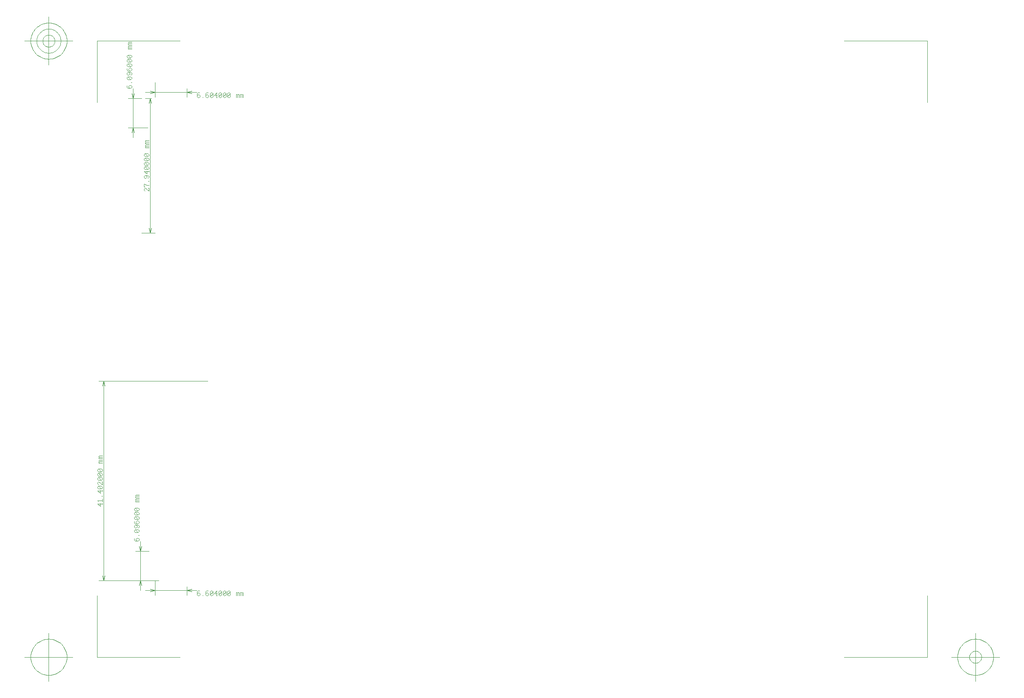
<source format=gbr>
G04 Generated by Ultiboard 10.0 *
%FSLAX25Y25*%
%MOIN*%

%ADD23C,0.00004*%
%ADD22C,0.00394*%


G04 ColorRGB CBCBCB for the following layer *
%LNMechanische Lage 1*%
%LPD*%
%FSLAX25Y25*%
%MOIN*%
G54D23*
X-44756Y62996D02*
X-44756Y60634D01*
X-44756Y60634D02*
X-47118Y62602D01*
X-47118Y62602D02*
X-43181Y62602D01*
X-43181Y62209D02*
X-43181Y62996D01*
X-46331Y64571D02*
X-47118Y65358D01*
X-47118Y65358D02*
X-43181Y65358D01*
X-43181Y64177D02*
X-43181Y66539D01*
X-43181Y68902D02*
X-43575Y68902D01*
X-44756Y73626D02*
X-44756Y71264D01*
X-44756Y71264D02*
X-47118Y73232D01*
X-47118Y73232D02*
X-43181Y73232D01*
X-43181Y72839D02*
X-43181Y73626D01*
X-46331Y74807D02*
X-47118Y75594D01*
X-47118Y75594D02*
X-47118Y76382D01*
X-47118Y76382D02*
X-46331Y77169D01*
X-46331Y77169D02*
X-43969Y77169D01*
X-43969Y77169D02*
X-43181Y76382D01*
X-43181Y76382D02*
X-43181Y75594D01*
X-43181Y75594D02*
X-43969Y74807D01*
X-43969Y74807D02*
X-46331Y74807D01*
X-46331Y77169D02*
X-43969Y74807D01*
X-46331Y78350D02*
X-47118Y79138D01*
X-47118Y79138D02*
X-47118Y79925D01*
X-47118Y79925D02*
X-46331Y80713D01*
X-46331Y80713D02*
X-45937Y80713D01*
X-45937Y80713D02*
X-43181Y78350D01*
X-43181Y78350D02*
X-43181Y80713D01*
X-43181Y80713D02*
X-43575Y80713D01*
X-46331Y81894D02*
X-47118Y82681D01*
X-47118Y82681D02*
X-47118Y83469D01*
X-47118Y83469D02*
X-46331Y84256D01*
X-46331Y84256D02*
X-43969Y84256D01*
X-43969Y84256D02*
X-43181Y83469D01*
X-43181Y83469D02*
X-43181Y82681D01*
X-43181Y82681D02*
X-43969Y81894D01*
X-43969Y81894D02*
X-46331Y81894D01*
X-46331Y84256D02*
X-43969Y81894D01*
X-46331Y85437D02*
X-47118Y86224D01*
X-47118Y86224D02*
X-47118Y87012D01*
X-47118Y87012D02*
X-46331Y87799D01*
X-46331Y87799D02*
X-43969Y87799D01*
X-43969Y87799D02*
X-43181Y87012D01*
X-43181Y87012D02*
X-43181Y86224D01*
X-43181Y86224D02*
X-43969Y85437D01*
X-43969Y85437D02*
X-46331Y85437D01*
X-46331Y87799D02*
X-43969Y85437D01*
X-46331Y88980D02*
X-47118Y89768D01*
X-47118Y89768D02*
X-47118Y90555D01*
X-47118Y90555D02*
X-46331Y91343D01*
X-46331Y91343D02*
X-43969Y91343D01*
X-43969Y91343D02*
X-43181Y90555D01*
X-43181Y90555D02*
X-43181Y89768D01*
X-43181Y89768D02*
X-43969Y88980D01*
X-43969Y88980D02*
X-46331Y88980D01*
X-46331Y91343D02*
X-43969Y88980D01*
X-43181Y96067D02*
X-45543Y96067D01*
X-45543Y96067D02*
X-45937Y96067D01*
X-45543Y96067D02*
X-45937Y96461D01*
X-45937Y96461D02*
X-45937Y96854D01*
X-45937Y96854D02*
X-45543Y97248D01*
X-45543Y97248D02*
X-45937Y97642D01*
X-45937Y97642D02*
X-45937Y98035D01*
X-45937Y98035D02*
X-45543Y98429D01*
X-45543Y98429D02*
X-43181Y98429D01*
X-45543Y97248D02*
X-43181Y97248D01*
X-43181Y99610D02*
X-45543Y99610D01*
X-45543Y99610D02*
X-45937Y99610D01*
X-45543Y99610D02*
X-45937Y100004D01*
X-45937Y100004D02*
X-45937Y100398D01*
X-45937Y100398D02*
X-45543Y100791D01*
X-45543Y100791D02*
X-45937Y101185D01*
X-45937Y101185D02*
X-45937Y101579D01*
X-45937Y101579D02*
X-45543Y101972D01*
X-45543Y101972D02*
X-43181Y101972D01*
X-45543Y100791D02*
X-43181Y100791D01*
X3000Y0D02*
X-45937Y0D01*
X43000Y163000D02*
X-45937Y163000D01*
X-41016Y3937D02*
X-42000Y0D01*
X-42000Y0D02*
X-42984Y3937D01*
X-42000Y81500D02*
X-42000Y0D01*
X-42984Y159063D02*
X-42000Y163000D01*
X-42000Y163000D02*
X-41016Y159063D01*
X-42000Y81500D02*
X-42000Y163000D01*
X36236Y-8394D02*
X35055Y-8394D01*
X35055Y-8394D02*
X34268Y-9181D01*
X34268Y-9181D02*
X34268Y-10756D01*
X34268Y-10756D02*
X34268Y-11543D01*
X34268Y-11543D02*
X35055Y-12331D01*
X35055Y-12331D02*
X35843Y-12331D01*
X35843Y-12331D02*
X36630Y-11543D01*
X36630Y-11543D02*
X36630Y-10756D01*
X36630Y-10756D02*
X35843Y-9969D01*
X35843Y-9969D02*
X35055Y-9969D01*
X35055Y-9969D02*
X34268Y-10756D01*
X38992Y-12331D02*
X38992Y-11937D01*
X43323Y-8394D02*
X42142Y-8394D01*
X42142Y-8394D02*
X41354Y-9181D01*
X41354Y-9181D02*
X41354Y-10756D01*
X41354Y-10756D02*
X41354Y-11543D01*
X41354Y-11543D02*
X42142Y-12331D01*
X42142Y-12331D02*
X42929Y-12331D01*
X42929Y-12331D02*
X43717Y-11543D01*
X43717Y-11543D02*
X43717Y-10756D01*
X43717Y-10756D02*
X42929Y-9969D01*
X42929Y-9969D02*
X42142Y-9969D01*
X42142Y-9969D02*
X41354Y-10756D01*
X44898Y-9181D02*
X45685Y-8394D01*
X45685Y-8394D02*
X46472Y-8394D01*
X46472Y-8394D02*
X47260Y-9181D01*
X47260Y-9181D02*
X47260Y-11543D01*
X47260Y-11543D02*
X46472Y-12331D01*
X46472Y-12331D02*
X45685Y-12331D01*
X45685Y-12331D02*
X44898Y-11543D01*
X44898Y-11543D02*
X44898Y-9181D01*
X47260Y-9181D02*
X44898Y-11543D01*
X50803Y-10756D02*
X48441Y-10756D01*
X48441Y-10756D02*
X50409Y-8394D01*
X50409Y-8394D02*
X50409Y-12331D01*
X50016Y-12331D02*
X50803Y-12331D01*
X51984Y-9181D02*
X52772Y-8394D01*
X52772Y-8394D02*
X53559Y-8394D01*
X53559Y-8394D02*
X54346Y-9181D01*
X54346Y-9181D02*
X54346Y-11543D01*
X54346Y-11543D02*
X53559Y-12331D01*
X53559Y-12331D02*
X52772Y-12331D01*
X52772Y-12331D02*
X51984Y-11543D01*
X51984Y-11543D02*
X51984Y-9181D01*
X54346Y-9181D02*
X51984Y-11543D01*
X55528Y-9181D02*
X56315Y-8394D01*
X56315Y-8394D02*
X57102Y-8394D01*
X57102Y-8394D02*
X57890Y-9181D01*
X57890Y-9181D02*
X57890Y-11543D01*
X57890Y-11543D02*
X57102Y-12331D01*
X57102Y-12331D02*
X56315Y-12331D01*
X56315Y-12331D02*
X55528Y-11543D01*
X55528Y-11543D02*
X55528Y-9181D01*
X57890Y-9181D02*
X55528Y-11543D01*
X59071Y-9181D02*
X59858Y-8394D01*
X59858Y-8394D02*
X60646Y-8394D01*
X60646Y-8394D02*
X61433Y-9181D01*
X61433Y-9181D02*
X61433Y-11543D01*
X61433Y-11543D02*
X60646Y-12331D01*
X60646Y-12331D02*
X59858Y-12331D01*
X59858Y-12331D02*
X59071Y-11543D01*
X59071Y-11543D02*
X59071Y-9181D01*
X61433Y-9181D02*
X59071Y-11543D01*
X66157Y-12331D02*
X66157Y-9969D01*
X66157Y-9969D02*
X66157Y-9575D01*
X66157Y-9969D02*
X66551Y-9575D01*
X66551Y-9575D02*
X66945Y-9575D01*
X66945Y-9575D02*
X67339Y-9969D01*
X67339Y-9969D02*
X67732Y-9575D01*
X67732Y-9575D02*
X68126Y-9575D01*
X68126Y-9575D02*
X68520Y-9969D01*
X68520Y-9969D02*
X68520Y-12331D01*
X67339Y-9969D02*
X67339Y-12331D01*
X69701Y-12331D02*
X69701Y-9969D01*
X69701Y-9969D02*
X69701Y-9575D01*
X69701Y-9969D02*
X70094Y-9575D01*
X70094Y-9575D02*
X70488Y-9575D01*
X70488Y-9575D02*
X70882Y-9969D01*
X70882Y-9969D02*
X71276Y-9575D01*
X71276Y-9575D02*
X71669Y-9575D01*
X71669Y-9575D02*
X72063Y-9969D01*
X72063Y-9969D02*
X72063Y-12331D01*
X70882Y-9969D02*
X70882Y-12331D01*
X0Y0D02*
X0Y-11937D01*
X26000Y-5000D02*
X26000Y-11937D01*
X13000Y-8000D02*
X0Y-8000D01*
X-3937Y-7016D02*
X0Y-8000D01*
X0Y-8000D02*
X-3937Y-8984D01*
X-7874Y-8000D02*
X0Y-8000D01*
X13000Y-8000D02*
X26000Y-8000D01*
X29937Y-8984D02*
X26000Y-8000D01*
X26000Y-8000D02*
X29937Y-7016D01*
X33874Y-8000D02*
X26000Y-8000D01*
X-17118Y34236D02*
X-17118Y33055D01*
X-17118Y33055D02*
X-16331Y32268D01*
X-16331Y32268D02*
X-14756Y32268D01*
X-14756Y32268D02*
X-13969Y32268D01*
X-13969Y32268D02*
X-13181Y33055D01*
X-13181Y33055D02*
X-13181Y33843D01*
X-13181Y33843D02*
X-13969Y34630D01*
X-13969Y34630D02*
X-14756Y34630D01*
X-14756Y34630D02*
X-15543Y33843D01*
X-15543Y33843D02*
X-15543Y33055D01*
X-15543Y33055D02*
X-14756Y32268D01*
X-13181Y36992D02*
X-13575Y36992D01*
X-16331Y39354D02*
X-17118Y40142D01*
X-17118Y40142D02*
X-17118Y40929D01*
X-17118Y40929D02*
X-16331Y41717D01*
X-16331Y41717D02*
X-13969Y41717D01*
X-13969Y41717D02*
X-13181Y40929D01*
X-13181Y40929D02*
X-13181Y40142D01*
X-13181Y40142D02*
X-13969Y39354D01*
X-13969Y39354D02*
X-16331Y39354D01*
X-16331Y41717D02*
X-13969Y39354D01*
X-13969Y42898D02*
X-13181Y43685D01*
X-13181Y43685D02*
X-13181Y44472D01*
X-13181Y44472D02*
X-13969Y45260D01*
X-13969Y45260D02*
X-15543Y45260D01*
X-15543Y45260D02*
X-16331Y45260D01*
X-16331Y45260D02*
X-17118Y44472D01*
X-17118Y44472D02*
X-17118Y43685D01*
X-17118Y43685D02*
X-16331Y42898D01*
X-16331Y42898D02*
X-15543Y42898D01*
X-15543Y42898D02*
X-14756Y43685D01*
X-14756Y43685D02*
X-14756Y44472D01*
X-14756Y44472D02*
X-15543Y45260D01*
X-17118Y48409D02*
X-17118Y47228D01*
X-17118Y47228D02*
X-16331Y46441D01*
X-16331Y46441D02*
X-14756Y46441D01*
X-14756Y46441D02*
X-13969Y46441D01*
X-13969Y46441D02*
X-13181Y47228D01*
X-13181Y47228D02*
X-13181Y48016D01*
X-13181Y48016D02*
X-13969Y48803D01*
X-13969Y48803D02*
X-14756Y48803D01*
X-14756Y48803D02*
X-15543Y48016D01*
X-15543Y48016D02*
X-15543Y47228D01*
X-15543Y47228D02*
X-14756Y46441D01*
X-16331Y49984D02*
X-17118Y50772D01*
X-17118Y50772D02*
X-17118Y51559D01*
X-17118Y51559D02*
X-16331Y52346D01*
X-16331Y52346D02*
X-13969Y52346D01*
X-13969Y52346D02*
X-13181Y51559D01*
X-13181Y51559D02*
X-13181Y50772D01*
X-13181Y50772D02*
X-13969Y49984D01*
X-13969Y49984D02*
X-16331Y49984D01*
X-16331Y52346D02*
X-13969Y49984D01*
X-16331Y53528D02*
X-17118Y54315D01*
X-17118Y54315D02*
X-17118Y55102D01*
X-17118Y55102D02*
X-16331Y55890D01*
X-16331Y55890D02*
X-13969Y55890D01*
X-13969Y55890D02*
X-13181Y55102D01*
X-13181Y55102D02*
X-13181Y54315D01*
X-13181Y54315D02*
X-13969Y53528D01*
X-13969Y53528D02*
X-16331Y53528D01*
X-16331Y55890D02*
X-13969Y53528D01*
X-16331Y57071D02*
X-17118Y57858D01*
X-17118Y57858D02*
X-17118Y58646D01*
X-17118Y58646D02*
X-16331Y59433D01*
X-16331Y59433D02*
X-13969Y59433D01*
X-13969Y59433D02*
X-13181Y58646D01*
X-13181Y58646D02*
X-13181Y57858D01*
X-13181Y57858D02*
X-13969Y57071D01*
X-13969Y57071D02*
X-16331Y57071D01*
X-16331Y59433D02*
X-13969Y57071D01*
X-13181Y64157D02*
X-15543Y64157D01*
X-15543Y64157D02*
X-15937Y64157D01*
X-15543Y64157D02*
X-15937Y64551D01*
X-15937Y64551D02*
X-15937Y64945D01*
X-15937Y64945D02*
X-15543Y65339D01*
X-15543Y65339D02*
X-15937Y65732D01*
X-15937Y65732D02*
X-15937Y66126D01*
X-15937Y66126D02*
X-15543Y66520D01*
X-15543Y66520D02*
X-13181Y66520D01*
X-15543Y65339D02*
X-13181Y65339D01*
X-13181Y67701D02*
X-15543Y67701D01*
X-15543Y67701D02*
X-15937Y67701D01*
X-15543Y67701D02*
X-15937Y68094D01*
X-15937Y68094D02*
X-15937Y68488D01*
X-15937Y68488D02*
X-15543Y68882D01*
X-15543Y68882D02*
X-15937Y69276D01*
X-15937Y69276D02*
X-15937Y69669D01*
X-15937Y69669D02*
X-15543Y70063D01*
X-15543Y70063D02*
X-13181Y70063D01*
X-15543Y68882D02*
X-13181Y68882D01*
X0Y0D02*
X-15937Y0D01*
X-5000Y24000D02*
X-15937Y24000D01*
X-12000Y12000D02*
X-12000Y0D01*
X-12984Y-3937D02*
X-12000Y0D01*
X-12000Y0D02*
X-11016Y-3937D01*
X-12000Y-7874D02*
X-12000Y0D01*
X-12000Y12000D02*
X-12000Y24000D01*
X-11016Y27937D02*
X-12000Y24000D01*
X-12000Y24000D02*
X-12984Y27937D01*
X-12000Y31874D02*
X-12000Y24000D01*
X36236Y398606D02*
X35055Y398606D01*
X35055Y398606D02*
X34268Y397819D01*
X34268Y397819D02*
X34268Y396244D01*
X34268Y396244D02*
X34268Y395457D01*
X34268Y395457D02*
X35055Y394669D01*
X35055Y394669D02*
X35843Y394669D01*
X35843Y394669D02*
X36630Y395457D01*
X36630Y395457D02*
X36630Y396244D01*
X36630Y396244D02*
X35843Y397031D01*
X35843Y397031D02*
X35055Y397031D01*
X35055Y397031D02*
X34268Y396244D01*
X38992Y394669D02*
X38992Y395063D01*
X43323Y398606D02*
X42142Y398606D01*
X42142Y398606D02*
X41354Y397819D01*
X41354Y397819D02*
X41354Y396244D01*
X41354Y396244D02*
X41354Y395457D01*
X41354Y395457D02*
X42142Y394669D01*
X42142Y394669D02*
X42929Y394669D01*
X42929Y394669D02*
X43717Y395457D01*
X43717Y395457D02*
X43717Y396244D01*
X43717Y396244D02*
X42929Y397031D01*
X42929Y397031D02*
X42142Y397031D01*
X42142Y397031D02*
X41354Y396244D01*
X44898Y397819D02*
X45685Y398606D01*
X45685Y398606D02*
X46472Y398606D01*
X46472Y398606D02*
X47260Y397819D01*
X47260Y397819D02*
X47260Y395457D01*
X47260Y395457D02*
X46472Y394669D01*
X46472Y394669D02*
X45685Y394669D01*
X45685Y394669D02*
X44898Y395457D01*
X44898Y395457D02*
X44898Y397819D01*
X47260Y397819D02*
X44898Y395457D01*
X50803Y396244D02*
X48441Y396244D01*
X48441Y396244D02*
X50409Y398606D01*
X50409Y398606D02*
X50409Y394669D01*
X50016Y394669D02*
X50803Y394669D01*
X51984Y397819D02*
X52772Y398606D01*
X52772Y398606D02*
X53559Y398606D01*
X53559Y398606D02*
X54346Y397819D01*
X54346Y397819D02*
X54346Y395457D01*
X54346Y395457D02*
X53559Y394669D01*
X53559Y394669D02*
X52772Y394669D01*
X52772Y394669D02*
X51984Y395457D01*
X51984Y395457D02*
X51984Y397819D01*
X54346Y397819D02*
X51984Y395457D01*
X55528Y397819D02*
X56315Y398606D01*
X56315Y398606D02*
X57102Y398606D01*
X57102Y398606D02*
X57890Y397819D01*
X57890Y397819D02*
X57890Y395457D01*
X57890Y395457D02*
X57102Y394669D01*
X57102Y394669D02*
X56315Y394669D01*
X56315Y394669D02*
X55528Y395457D01*
X55528Y395457D02*
X55528Y397819D01*
X57890Y397819D02*
X55528Y395457D01*
X59071Y397819D02*
X59858Y398606D01*
X59858Y398606D02*
X60646Y398606D01*
X60646Y398606D02*
X61433Y397819D01*
X61433Y397819D02*
X61433Y395457D01*
X61433Y395457D02*
X60646Y394669D01*
X60646Y394669D02*
X59858Y394669D01*
X59858Y394669D02*
X59071Y395457D01*
X59071Y395457D02*
X59071Y397819D01*
X61433Y397819D02*
X59071Y395457D01*
X66157Y394669D02*
X66157Y397031D01*
X66157Y397031D02*
X66157Y397425D01*
X66157Y397031D02*
X66551Y397425D01*
X66551Y397425D02*
X66945Y397425D01*
X66945Y397425D02*
X67339Y397031D01*
X67339Y397031D02*
X67732Y397425D01*
X67732Y397425D02*
X68126Y397425D01*
X68126Y397425D02*
X68520Y397031D01*
X68520Y397031D02*
X68520Y394669D01*
X67339Y397031D02*
X67339Y394669D01*
X69701Y394669D02*
X69701Y397031D01*
X69701Y397031D02*
X69701Y397425D01*
X69701Y397031D02*
X70094Y397425D01*
X70094Y397425D02*
X70488Y397425D01*
X70488Y397425D02*
X70882Y397031D01*
X70882Y397031D02*
X71276Y397425D01*
X71276Y397425D02*
X71669Y397425D01*
X71669Y397425D02*
X72063Y397031D01*
X72063Y397031D02*
X72063Y394669D01*
X70882Y397031D02*
X70882Y394669D01*
X0Y407000D02*
X0Y395063D01*
X26000Y402000D02*
X26000Y395063D01*
X13000Y399000D02*
X0Y399000D01*
X-3937Y399984D02*
X0Y399000D01*
X0Y399000D02*
X-3937Y398016D01*
X-7874Y399000D02*
X0Y399000D01*
X13000Y399000D02*
X26000Y399000D01*
X29937Y398016D02*
X26000Y399000D01*
X26000Y399000D02*
X29937Y399984D01*
X33874Y399000D02*
X26000Y399000D01*
X-8331Y318134D02*
X-9118Y318921D01*
X-9118Y318921D02*
X-9118Y319709D01*
X-9118Y319709D02*
X-8331Y320496D01*
X-8331Y320496D02*
X-7937Y320496D01*
X-7937Y320496D02*
X-5181Y318134D01*
X-5181Y318134D02*
X-5181Y320496D01*
X-5181Y320496D02*
X-5575Y320496D01*
X-5181Y322858D02*
X-7150Y322858D01*
X-7150Y322858D02*
X-8331Y324039D01*
X-8331Y324039D02*
X-9118Y324039D01*
X-9118Y324039D02*
X-9118Y321677D01*
X-9118Y321677D02*
X-8331Y321677D01*
X-5181Y326402D02*
X-5575Y326402D01*
X-5969Y328764D02*
X-5181Y329551D01*
X-5181Y329551D02*
X-5181Y330339D01*
X-5181Y330339D02*
X-5969Y331126D01*
X-5969Y331126D02*
X-7543Y331126D01*
X-7543Y331126D02*
X-8331Y331126D01*
X-8331Y331126D02*
X-9118Y330339D01*
X-9118Y330339D02*
X-9118Y329551D01*
X-9118Y329551D02*
X-8331Y328764D01*
X-8331Y328764D02*
X-7543Y328764D01*
X-7543Y328764D02*
X-6756Y329551D01*
X-6756Y329551D02*
X-6756Y330339D01*
X-6756Y330339D02*
X-7543Y331126D01*
X-6756Y334669D02*
X-6756Y332307D01*
X-6756Y332307D02*
X-9118Y334276D01*
X-9118Y334276D02*
X-5181Y334276D01*
X-5181Y333882D02*
X-5181Y334669D01*
X-8331Y335850D02*
X-9118Y336638D01*
X-9118Y336638D02*
X-9118Y337425D01*
X-9118Y337425D02*
X-8331Y338213D01*
X-8331Y338213D02*
X-5969Y338213D01*
X-5969Y338213D02*
X-5181Y337425D01*
X-5181Y337425D02*
X-5181Y336638D01*
X-5181Y336638D02*
X-5969Y335850D01*
X-5969Y335850D02*
X-8331Y335850D01*
X-8331Y338213D02*
X-5969Y335850D01*
X-8331Y339394D02*
X-9118Y340181D01*
X-9118Y340181D02*
X-9118Y340969D01*
X-9118Y340969D02*
X-8331Y341756D01*
X-8331Y341756D02*
X-5969Y341756D01*
X-5969Y341756D02*
X-5181Y340969D01*
X-5181Y340969D02*
X-5181Y340181D01*
X-5181Y340181D02*
X-5969Y339394D01*
X-5969Y339394D02*
X-8331Y339394D01*
X-8331Y341756D02*
X-5969Y339394D01*
X-8331Y342937D02*
X-9118Y343724D01*
X-9118Y343724D02*
X-9118Y344512D01*
X-9118Y344512D02*
X-8331Y345299D01*
X-8331Y345299D02*
X-5969Y345299D01*
X-5969Y345299D02*
X-5181Y344512D01*
X-5181Y344512D02*
X-5181Y343724D01*
X-5181Y343724D02*
X-5969Y342937D01*
X-5969Y342937D02*
X-8331Y342937D01*
X-8331Y345299D02*
X-5969Y342937D01*
X-8331Y346480D02*
X-9118Y347268D01*
X-9118Y347268D02*
X-9118Y348055D01*
X-9118Y348055D02*
X-8331Y348843D01*
X-8331Y348843D02*
X-5969Y348843D01*
X-5969Y348843D02*
X-5181Y348055D01*
X-5181Y348055D02*
X-5181Y347268D01*
X-5181Y347268D02*
X-5969Y346480D01*
X-5969Y346480D02*
X-8331Y346480D01*
X-8331Y348843D02*
X-5969Y346480D01*
X-5181Y353567D02*
X-7543Y353567D01*
X-7543Y353567D02*
X-7937Y353567D01*
X-7543Y353567D02*
X-7937Y353961D01*
X-7937Y353961D02*
X-7937Y354354D01*
X-7937Y354354D02*
X-7543Y354748D01*
X-7543Y354748D02*
X-7937Y355142D01*
X-7937Y355142D02*
X-7937Y355535D01*
X-7937Y355535D02*
X-7543Y355929D01*
X-7543Y355929D02*
X-5181Y355929D01*
X-7543Y354748D02*
X-5181Y354748D01*
X-5181Y357110D02*
X-7543Y357110D01*
X-7543Y357110D02*
X-7937Y357110D01*
X-7543Y357110D02*
X-7937Y357504D01*
X-7937Y357504D02*
X-7937Y357898D01*
X-7937Y357898D02*
X-7543Y358291D01*
X-7543Y358291D02*
X-7937Y358685D01*
X-7937Y358685D02*
X-7937Y359079D01*
X-7937Y359079D02*
X-7543Y359472D01*
X-7543Y359472D02*
X-5181Y359472D01*
X-7543Y358291D02*
X-5181Y358291D01*
X-11000Y284000D02*
X-63Y284000D01*
X-3000Y394000D02*
X-7937Y394000D01*
X-3016Y287937D02*
X-4000Y284000D01*
X-4000Y284000D02*
X-4984Y287937D01*
X-4000Y339000D02*
X-4000Y284000D01*
X-4984Y390063D02*
X-4000Y394000D01*
X-4000Y394000D02*
X-3016Y390063D01*
X-4000Y339000D02*
X-4000Y394000D01*
X-23118Y404236D02*
X-23118Y403055D01*
X-23118Y403055D02*
X-22331Y402268D01*
X-22331Y402268D02*
X-20756Y402268D01*
X-20756Y402268D02*
X-19969Y402268D01*
X-19969Y402268D02*
X-19181Y403055D01*
X-19181Y403055D02*
X-19181Y403843D01*
X-19181Y403843D02*
X-19969Y404630D01*
X-19969Y404630D02*
X-20756Y404630D01*
X-20756Y404630D02*
X-21543Y403843D01*
X-21543Y403843D02*
X-21543Y403055D01*
X-21543Y403055D02*
X-20756Y402268D01*
X-19181Y406992D02*
X-19575Y406992D01*
X-22331Y409354D02*
X-23118Y410142D01*
X-23118Y410142D02*
X-23118Y410929D01*
X-23118Y410929D02*
X-22331Y411717D01*
X-22331Y411717D02*
X-19969Y411717D01*
X-19969Y411717D02*
X-19181Y410929D01*
X-19181Y410929D02*
X-19181Y410142D01*
X-19181Y410142D02*
X-19969Y409354D01*
X-19969Y409354D02*
X-22331Y409354D01*
X-22331Y411717D02*
X-19969Y409354D01*
X-19969Y412898D02*
X-19181Y413685D01*
X-19181Y413685D02*
X-19181Y414472D01*
X-19181Y414472D02*
X-19969Y415260D01*
X-19969Y415260D02*
X-21543Y415260D01*
X-21543Y415260D02*
X-22331Y415260D01*
X-22331Y415260D02*
X-23118Y414472D01*
X-23118Y414472D02*
X-23118Y413685D01*
X-23118Y413685D02*
X-22331Y412898D01*
X-22331Y412898D02*
X-21543Y412898D01*
X-21543Y412898D02*
X-20756Y413685D01*
X-20756Y413685D02*
X-20756Y414472D01*
X-20756Y414472D02*
X-21543Y415260D01*
X-23118Y418409D02*
X-23118Y417228D01*
X-23118Y417228D02*
X-22331Y416441D01*
X-22331Y416441D02*
X-20756Y416441D01*
X-20756Y416441D02*
X-19969Y416441D01*
X-19969Y416441D02*
X-19181Y417228D01*
X-19181Y417228D02*
X-19181Y418016D01*
X-19181Y418016D02*
X-19969Y418803D01*
X-19969Y418803D02*
X-20756Y418803D01*
X-20756Y418803D02*
X-21543Y418016D01*
X-21543Y418016D02*
X-21543Y417228D01*
X-21543Y417228D02*
X-20756Y416441D01*
X-22331Y419984D02*
X-23118Y420772D01*
X-23118Y420772D02*
X-23118Y421559D01*
X-23118Y421559D02*
X-22331Y422346D01*
X-22331Y422346D02*
X-19969Y422346D01*
X-19969Y422346D02*
X-19181Y421559D01*
X-19181Y421559D02*
X-19181Y420772D01*
X-19181Y420772D02*
X-19969Y419984D01*
X-19969Y419984D02*
X-22331Y419984D01*
X-22331Y422346D02*
X-19969Y419984D01*
X-22331Y423528D02*
X-23118Y424315D01*
X-23118Y424315D02*
X-23118Y425102D01*
X-23118Y425102D02*
X-22331Y425890D01*
X-22331Y425890D02*
X-19969Y425890D01*
X-19969Y425890D02*
X-19181Y425102D01*
X-19181Y425102D02*
X-19181Y424315D01*
X-19181Y424315D02*
X-19969Y423528D01*
X-19969Y423528D02*
X-22331Y423528D01*
X-22331Y425890D02*
X-19969Y423528D01*
X-22331Y427071D02*
X-23118Y427858D01*
X-23118Y427858D02*
X-23118Y428646D01*
X-23118Y428646D02*
X-22331Y429433D01*
X-22331Y429433D02*
X-19969Y429433D01*
X-19969Y429433D02*
X-19181Y428646D01*
X-19181Y428646D02*
X-19181Y427858D01*
X-19181Y427858D02*
X-19969Y427071D01*
X-19969Y427071D02*
X-22331Y427071D01*
X-22331Y429433D02*
X-19969Y427071D01*
X-19181Y434157D02*
X-21543Y434157D01*
X-21543Y434157D02*
X-21937Y434157D01*
X-21543Y434157D02*
X-21937Y434551D01*
X-21937Y434551D02*
X-21937Y434945D01*
X-21937Y434945D02*
X-21543Y435339D01*
X-21543Y435339D02*
X-21937Y435732D01*
X-21937Y435732D02*
X-21937Y436126D01*
X-21937Y436126D02*
X-21543Y436520D01*
X-21543Y436520D02*
X-19181Y436520D01*
X-21543Y435339D02*
X-19181Y435339D01*
X-19181Y437701D02*
X-21543Y437701D01*
X-21543Y437701D02*
X-21937Y437701D01*
X-21543Y437701D02*
X-21937Y438094D01*
X-21937Y438094D02*
X-21937Y438488D01*
X-21937Y438488D02*
X-21543Y438882D01*
X-21543Y438882D02*
X-21937Y439276D01*
X-21937Y439276D02*
X-21937Y439669D01*
X-21937Y439669D02*
X-21543Y440063D01*
X-21543Y440063D02*
X-19181Y440063D01*
X-21543Y438882D02*
X-19181Y438882D01*
X-6000Y370000D02*
X-21937Y370000D01*
X-11000Y394000D02*
X-21937Y394000D01*
X-18000Y382000D02*
X-18000Y370000D01*
X-18984Y366063D02*
X-18000Y370000D01*
X-18000Y370000D02*
X-17016Y366063D01*
X-18000Y362126D02*
X-18000Y370000D01*
X-18000Y382000D02*
X-18000Y394000D01*
X-17016Y397937D02*
X-18000Y394000D01*
X-18000Y394000D02*
X-18984Y397937D01*
X-18000Y401874D02*
X-18000Y394000D01*
G54D22*
X-47512Y-62575D02*
X-47512Y-12232D01*
X-47512Y-62575D02*
X20331Y-62575D01*
X630921Y-62575D02*
X563078Y-62575D01*
X630921Y-62575D02*
X630921Y-12232D01*
X630921Y440850D02*
X630921Y390508D01*
X630921Y440850D02*
X563078Y440850D01*
X-47512Y440850D02*
X20331Y440850D01*
X-47512Y440850D02*
X-47512Y390508D01*
X-67197Y-62575D02*
X-106567Y-62575D01*
X-86882Y-82260D02*
X-86882Y-42890D01*
X-72118Y-62575D02*
X-72189Y-61128D01*
X-72189Y-61128D02*
X-72402Y-59694D01*
X-72402Y-59694D02*
X-72754Y-58289D01*
X-72754Y-58289D02*
X-73242Y-56925D01*
X-73242Y-56925D02*
X-73861Y-55615D01*
X-73861Y-55615D02*
X-74606Y-54372D01*
X-74606Y-54372D02*
X-75469Y-53209D01*
X-75469Y-53209D02*
X-76442Y-52135D01*
X-76442Y-52135D02*
X-77516Y-51162D01*
X-77516Y-51162D02*
X-78680Y-50299D01*
X-78680Y-50299D02*
X-79922Y-49554D01*
X-79922Y-49554D02*
X-81232Y-48935D01*
X-81232Y-48935D02*
X-82596Y-48447D01*
X-82596Y-48447D02*
X-84002Y-48095D01*
X-84002Y-48095D02*
X-85435Y-47882D01*
X-85435Y-47882D02*
X-86882Y-47811D01*
X-86882Y-47811D02*
X-88329Y-47882D01*
X-88329Y-47882D02*
X-89762Y-48095D01*
X-89762Y-48095D02*
X-91168Y-48447D01*
X-91168Y-48447D02*
X-92532Y-48935D01*
X-92532Y-48935D02*
X-93841Y-49554D01*
X-93841Y-49554D02*
X-95084Y-50299D01*
X-95084Y-50299D02*
X-96248Y-51162D01*
X-96248Y-51162D02*
X-97321Y-52135D01*
X-97321Y-52135D02*
X-98294Y-53209D01*
X-98294Y-53209D02*
X-99158Y-54372D01*
X-99158Y-54372D02*
X-99902Y-55615D01*
X-99902Y-55615D02*
X-100522Y-56925D01*
X-100522Y-56925D02*
X-101010Y-58289D01*
X-101010Y-58289D02*
X-101362Y-59694D01*
X-101362Y-59694D02*
X-101575Y-61128D01*
X-101575Y-61128D02*
X-101646Y-62575D01*
X-101646Y-62575D02*
X-101575Y-64022D01*
X-101575Y-64022D02*
X-101362Y-65455D01*
X-101362Y-65455D02*
X-101010Y-66860D01*
X-101010Y-66860D02*
X-100522Y-68225D01*
X-100522Y-68225D02*
X-99902Y-69534D01*
X-99902Y-69534D02*
X-99158Y-70777D01*
X-99158Y-70777D02*
X-98294Y-71941D01*
X-98294Y-71941D02*
X-97321Y-73014D01*
X-97321Y-73014D02*
X-96248Y-73987D01*
X-96248Y-73987D02*
X-95084Y-74850D01*
X-95084Y-74850D02*
X-93841Y-75595D01*
X-93841Y-75595D02*
X-92532Y-76215D01*
X-92532Y-76215D02*
X-91168Y-76703D01*
X-91168Y-76703D02*
X-89762Y-77055D01*
X-89762Y-77055D02*
X-88329Y-77267D01*
X-88329Y-77267D02*
X-86882Y-77338D01*
X-86882Y-77338D02*
X-85435Y-77267D01*
X-85435Y-77267D02*
X-84002Y-77055D01*
X-84002Y-77055D02*
X-82596Y-76703D01*
X-82596Y-76703D02*
X-81232Y-76215D01*
X-81232Y-76215D02*
X-79922Y-75595D01*
X-79922Y-75595D02*
X-78680Y-74850D01*
X-78680Y-74850D02*
X-77516Y-73987D01*
X-77516Y-73987D02*
X-76442Y-73014D01*
X-76442Y-73014D02*
X-75469Y-71941D01*
X-75469Y-71941D02*
X-74606Y-70777D01*
X-74606Y-70777D02*
X-73861Y-69534D01*
X-73861Y-69534D02*
X-73242Y-68225D01*
X-73242Y-68225D02*
X-72754Y-66860D01*
X-72754Y-66860D02*
X-72402Y-65455D01*
X-72402Y-65455D02*
X-72189Y-64022D01*
X-72189Y-64022D02*
X-72118Y-62575D01*
X650606Y-62575D02*
X689976Y-62575D01*
X670291Y-82260D02*
X670291Y-42890D01*
X685055Y-62575D02*
X684984Y-61128D01*
X684984Y-61128D02*
X684771Y-59694D01*
X684771Y-59694D02*
X684419Y-58289D01*
X684419Y-58289D02*
X683931Y-56925D01*
X683931Y-56925D02*
X683312Y-55615D01*
X683312Y-55615D02*
X682567Y-54372D01*
X682567Y-54372D02*
X681704Y-53209D01*
X681704Y-53209D02*
X680731Y-52135D01*
X680731Y-52135D02*
X679657Y-51162D01*
X679657Y-51162D02*
X678494Y-50299D01*
X678494Y-50299D02*
X677251Y-49554D01*
X677251Y-49554D02*
X675941Y-48935D01*
X675941Y-48935D02*
X674577Y-48447D01*
X674577Y-48447D02*
X673172Y-48095D01*
X673172Y-48095D02*
X671738Y-47882D01*
X671738Y-47882D02*
X670291Y-47811D01*
X670291Y-47811D02*
X668844Y-47882D01*
X668844Y-47882D02*
X667411Y-48095D01*
X667411Y-48095D02*
X666006Y-48447D01*
X666006Y-48447D02*
X664641Y-48935D01*
X664641Y-48935D02*
X663332Y-49554D01*
X663332Y-49554D02*
X662089Y-50299D01*
X662089Y-50299D02*
X660925Y-51162D01*
X660925Y-51162D02*
X659852Y-52135D01*
X659852Y-52135D02*
X658879Y-53209D01*
X658879Y-53209D02*
X658016Y-54372D01*
X658016Y-54372D02*
X657271Y-55615D01*
X657271Y-55615D02*
X656651Y-56925D01*
X656651Y-56925D02*
X656163Y-58289D01*
X656163Y-58289D02*
X655811Y-59694D01*
X655811Y-59694D02*
X655599Y-61128D01*
X655599Y-61128D02*
X655528Y-62575D01*
X655528Y-62575D02*
X655599Y-64022D01*
X655599Y-64022D02*
X655811Y-65455D01*
X655811Y-65455D02*
X656163Y-66860D01*
X656163Y-66860D02*
X656651Y-68225D01*
X656651Y-68225D02*
X657271Y-69534D01*
X657271Y-69534D02*
X658016Y-70777D01*
X658016Y-70777D02*
X658879Y-71941D01*
X658879Y-71941D02*
X659852Y-73014D01*
X659852Y-73014D02*
X660925Y-73987D01*
X660925Y-73987D02*
X662089Y-74850D01*
X662089Y-74850D02*
X663332Y-75595D01*
X663332Y-75595D02*
X664641Y-76215D01*
X664641Y-76215D02*
X666006Y-76703D01*
X666006Y-76703D02*
X667411Y-77055D01*
X667411Y-77055D02*
X668844Y-77267D01*
X668844Y-77267D02*
X670291Y-77338D01*
X670291Y-77338D02*
X671738Y-77267D01*
X671738Y-77267D02*
X673172Y-77055D01*
X673172Y-77055D02*
X674577Y-76703D01*
X674577Y-76703D02*
X675941Y-76215D01*
X675941Y-76215D02*
X677251Y-75595D01*
X677251Y-75595D02*
X678494Y-74850D01*
X678494Y-74850D02*
X679657Y-73987D01*
X679657Y-73987D02*
X680731Y-73014D01*
X680731Y-73014D02*
X681704Y-71941D01*
X681704Y-71941D02*
X682567Y-70777D01*
X682567Y-70777D02*
X683312Y-69534D01*
X683312Y-69534D02*
X683931Y-68225D01*
X683931Y-68225D02*
X684419Y-66860D01*
X684419Y-66860D02*
X684771Y-65455D01*
X684771Y-65455D02*
X684984Y-64022D01*
X684984Y-64022D02*
X685055Y-62575D01*
X675213Y-62575D02*
X675189Y-62092D01*
X675189Y-62092D02*
X675118Y-61615D01*
X675118Y-61615D02*
X675001Y-61146D01*
X675001Y-61146D02*
X674838Y-60691D01*
X674838Y-60691D02*
X674632Y-60255D01*
X674632Y-60255D02*
X674383Y-59841D01*
X674383Y-59841D02*
X674096Y-59453D01*
X674096Y-59453D02*
X673771Y-59095D01*
X673771Y-59095D02*
X673413Y-58770D01*
X673413Y-58770D02*
X673025Y-58483D01*
X673025Y-58483D02*
X672611Y-58235D01*
X672611Y-58235D02*
X672175Y-58028D01*
X672175Y-58028D02*
X671720Y-57865D01*
X671720Y-57865D02*
X671251Y-57748D01*
X671251Y-57748D02*
X670774Y-57677D01*
X670774Y-57677D02*
X670291Y-57653D01*
X670291Y-57653D02*
X669809Y-57677D01*
X669809Y-57677D02*
X669331Y-57748D01*
X669331Y-57748D02*
X668863Y-57865D01*
X668863Y-57865D02*
X668408Y-58028D01*
X668408Y-58028D02*
X667971Y-58235D01*
X667971Y-58235D02*
X667557Y-58483D01*
X667557Y-58483D02*
X667169Y-58770D01*
X667169Y-58770D02*
X666811Y-59095D01*
X666811Y-59095D02*
X666487Y-59453D01*
X666487Y-59453D02*
X666199Y-59841D01*
X666199Y-59841D02*
X665951Y-60255D01*
X665951Y-60255D02*
X665745Y-60691D01*
X665745Y-60691D02*
X665582Y-61146D01*
X665582Y-61146D02*
X665465Y-61615D01*
X665465Y-61615D02*
X665394Y-62092D01*
X665394Y-62092D02*
X665370Y-62575D01*
X665370Y-62575D02*
X665394Y-63057D01*
X665394Y-63057D02*
X665465Y-63535D01*
X665465Y-63535D02*
X665582Y-64003D01*
X665582Y-64003D02*
X665745Y-64458D01*
X665745Y-64458D02*
X665951Y-64895D01*
X665951Y-64895D02*
X666199Y-65309D01*
X666199Y-65309D02*
X666487Y-65697D01*
X666487Y-65697D02*
X666811Y-66055D01*
X666811Y-66055D02*
X667169Y-66379D01*
X667169Y-66379D02*
X667557Y-66667D01*
X667557Y-66667D02*
X667971Y-66915D01*
X667971Y-66915D02*
X668408Y-67121D01*
X668408Y-67121D02*
X668863Y-67284D01*
X668863Y-67284D02*
X669331Y-67401D01*
X669331Y-67401D02*
X669809Y-67472D01*
X669809Y-67472D02*
X670291Y-67496D01*
X670291Y-67496D02*
X670774Y-67472D01*
X670774Y-67472D02*
X671251Y-67401D01*
X671251Y-67401D02*
X671720Y-67284D01*
X671720Y-67284D02*
X672175Y-67121D01*
X672175Y-67121D02*
X672611Y-66915D01*
X672611Y-66915D02*
X673025Y-66667D01*
X673025Y-66667D02*
X673413Y-66379D01*
X673413Y-66379D02*
X673771Y-66055D01*
X673771Y-66055D02*
X674096Y-65697D01*
X674096Y-65697D02*
X674383Y-65309D01*
X674383Y-65309D02*
X674632Y-64895D01*
X674632Y-64895D02*
X674838Y-64458D01*
X674838Y-64458D02*
X675001Y-64003D01*
X675001Y-64003D02*
X675118Y-63535D01*
X675118Y-63535D02*
X675189Y-63057D01*
X675189Y-63057D02*
X675213Y-62575D01*
X-67197Y440850D02*
X-106567Y440850D01*
X-86882Y421165D02*
X-86882Y460535D01*
X-72118Y440850D02*
X-72189Y442298D01*
X-72189Y442298D02*
X-72402Y443731D01*
X-72402Y443731D02*
X-72754Y445136D01*
X-72754Y445136D02*
X-73242Y446500D01*
X-73242Y446500D02*
X-73861Y447810D01*
X-73861Y447810D02*
X-74606Y449053D01*
X-74606Y449053D02*
X-75469Y450216D01*
X-75469Y450216D02*
X-76442Y451290D01*
X-76442Y451290D02*
X-77516Y452263D01*
X-77516Y452263D02*
X-78680Y453126D01*
X-78680Y453126D02*
X-79922Y453871D01*
X-79922Y453871D02*
X-81232Y454490D01*
X-81232Y454490D02*
X-82596Y454978D01*
X-82596Y454978D02*
X-84002Y455330D01*
X-84002Y455330D02*
X-85435Y455543D01*
X-85435Y455543D02*
X-86882Y455614D01*
X-86882Y455614D02*
X-88329Y455543D01*
X-88329Y455543D02*
X-89762Y455330D01*
X-89762Y455330D02*
X-91168Y454978D01*
X-91168Y454978D02*
X-92532Y454490D01*
X-92532Y454490D02*
X-93841Y453871D01*
X-93841Y453871D02*
X-95084Y453126D01*
X-95084Y453126D02*
X-96248Y452263D01*
X-96248Y452263D02*
X-97321Y451290D01*
X-97321Y451290D02*
X-98294Y450216D01*
X-98294Y450216D02*
X-99158Y449053D01*
X-99158Y449053D02*
X-99902Y447810D01*
X-99902Y447810D02*
X-100522Y446500D01*
X-100522Y446500D02*
X-101010Y445136D01*
X-101010Y445136D02*
X-101362Y443731D01*
X-101362Y443731D02*
X-101575Y442298D01*
X-101575Y442298D02*
X-101646Y440850D01*
X-101646Y440850D02*
X-101575Y439403D01*
X-101575Y439403D02*
X-101362Y437970D01*
X-101362Y437970D02*
X-101010Y436565D01*
X-101010Y436565D02*
X-100522Y435201D01*
X-100522Y435201D02*
X-99902Y433891D01*
X-99902Y433891D02*
X-99158Y432648D01*
X-99158Y432648D02*
X-98294Y431484D01*
X-98294Y431484D02*
X-97321Y430411D01*
X-97321Y430411D02*
X-96248Y429438D01*
X-96248Y429438D02*
X-95084Y428575D01*
X-95084Y428575D02*
X-93841Y427830D01*
X-93841Y427830D02*
X-92532Y427210D01*
X-92532Y427210D02*
X-91168Y426722D01*
X-91168Y426722D02*
X-89762Y426370D01*
X-89762Y426370D02*
X-88329Y426158D01*
X-88329Y426158D02*
X-86882Y426087D01*
X-86882Y426087D02*
X-85435Y426158D01*
X-85435Y426158D02*
X-84002Y426370D01*
X-84002Y426370D02*
X-82596Y426722D01*
X-82596Y426722D02*
X-81232Y427210D01*
X-81232Y427210D02*
X-79922Y427830D01*
X-79922Y427830D02*
X-78680Y428575D01*
X-78680Y428575D02*
X-77516Y429438D01*
X-77516Y429438D02*
X-76442Y430411D01*
X-76442Y430411D02*
X-75469Y431484D01*
X-75469Y431484D02*
X-74606Y432648D01*
X-74606Y432648D02*
X-73861Y433891D01*
X-73861Y433891D02*
X-73242Y435201D01*
X-73242Y435201D02*
X-72754Y436565D01*
X-72754Y436565D02*
X-72402Y437970D01*
X-72402Y437970D02*
X-72189Y439403D01*
X-72189Y439403D02*
X-72118Y440850D01*
X-77039Y440850D02*
X-77087Y441815D01*
X-77087Y441815D02*
X-77228Y442771D01*
X-77228Y442771D02*
X-77463Y443708D01*
X-77463Y443708D02*
X-77789Y444617D01*
X-77789Y444617D02*
X-78202Y445490D01*
X-78202Y445490D02*
X-78698Y446319D01*
X-78698Y446319D02*
X-79274Y447094D01*
X-79274Y447094D02*
X-79922Y447810D01*
X-79922Y447810D02*
X-80638Y448459D01*
X-80638Y448459D02*
X-81414Y449034D01*
X-81414Y449034D02*
X-82242Y449531D01*
X-82242Y449531D02*
X-83115Y449944D01*
X-83115Y449944D02*
X-84025Y450269D01*
X-84025Y450269D02*
X-84962Y450504D01*
X-84962Y450504D02*
X-85917Y450646D01*
X-85917Y450646D02*
X-86882Y450693D01*
X-86882Y450693D02*
X-87847Y450646D01*
X-87847Y450646D02*
X-88802Y450504D01*
X-88802Y450504D02*
X-89739Y450269D01*
X-89739Y450269D02*
X-90648Y449944D01*
X-90648Y449944D02*
X-91522Y449531D01*
X-91522Y449531D02*
X-92350Y449034D01*
X-92350Y449034D02*
X-93126Y448459D01*
X-93126Y448459D02*
X-93842Y447810D01*
X-93842Y447810D02*
X-94490Y447094D01*
X-94490Y447094D02*
X-95066Y446319D01*
X-95066Y446319D02*
X-95562Y445490D01*
X-95562Y445490D02*
X-95975Y444617D01*
X-95975Y444617D02*
X-96301Y443708D01*
X-96301Y443708D02*
X-96535Y442771D01*
X-96535Y442771D02*
X-96677Y441815D01*
X-96677Y441815D02*
X-96724Y440850D01*
X-96724Y440850D02*
X-96677Y439886D01*
X-96677Y439886D02*
X-96535Y438930D01*
X-96535Y438930D02*
X-96301Y437993D01*
X-96301Y437993D02*
X-95975Y437084D01*
X-95975Y437084D02*
X-95562Y436211D01*
X-95562Y436211D02*
X-95066Y435382D01*
X-95066Y435382D02*
X-94490Y434606D01*
X-94490Y434606D02*
X-93842Y433891D01*
X-93842Y433891D02*
X-93126Y433242D01*
X-93126Y433242D02*
X-92350Y432667D01*
X-92350Y432667D02*
X-91522Y432170D01*
X-91522Y432170D02*
X-90648Y431757D01*
X-90648Y431757D02*
X-89739Y431432D01*
X-89739Y431432D02*
X-88802Y431197D01*
X-88802Y431197D02*
X-87847Y431055D01*
X-87847Y431055D02*
X-86882Y431008D01*
X-86882Y431008D02*
X-85917Y431055D01*
X-85917Y431055D02*
X-84962Y431197D01*
X-84962Y431197D02*
X-84025Y431432D01*
X-84025Y431432D02*
X-83115Y431757D01*
X-83115Y431757D02*
X-82242Y432170D01*
X-82242Y432170D02*
X-81414Y432667D01*
X-81414Y432667D02*
X-80638Y433242D01*
X-80638Y433242D02*
X-79922Y433891D01*
X-79922Y433891D02*
X-79274Y434606D01*
X-79274Y434606D02*
X-78698Y435382D01*
X-78698Y435382D02*
X-78202Y436211D01*
X-78202Y436211D02*
X-77789Y437084D01*
X-77789Y437084D02*
X-77463Y437993D01*
X-77463Y437993D02*
X-77228Y438930D01*
X-77228Y438930D02*
X-77087Y439886D01*
X-77087Y439886D02*
X-77039Y440850D01*
X-81961Y440850D02*
X-81984Y441333D01*
X-81984Y441333D02*
X-82055Y441810D01*
X-82055Y441810D02*
X-82173Y442279D01*
X-82173Y442279D02*
X-82335Y442734D01*
X-82335Y442734D02*
X-82542Y443170D01*
X-82542Y443170D02*
X-82790Y443585D01*
X-82790Y443585D02*
X-83078Y443972D01*
X-83078Y443972D02*
X-83402Y444330D01*
X-83402Y444330D02*
X-83760Y444655D01*
X-83760Y444655D02*
X-84148Y444942D01*
X-84148Y444942D02*
X-84562Y445191D01*
X-84562Y445191D02*
X-84999Y445397D01*
X-84999Y445397D02*
X-85453Y445560D01*
X-85453Y445560D02*
X-85922Y445677D01*
X-85922Y445677D02*
X-86400Y445748D01*
X-86400Y445748D02*
X-86882Y445772D01*
X-86882Y445772D02*
X-87364Y445748D01*
X-87364Y445748D02*
X-87842Y445677D01*
X-87842Y445677D02*
X-88310Y445560D01*
X-88310Y445560D02*
X-88765Y445397D01*
X-88765Y445397D02*
X-89202Y445191D01*
X-89202Y445191D02*
X-89616Y444942D01*
X-89616Y444942D02*
X-90004Y444655D01*
X-90004Y444655D02*
X-90362Y444330D01*
X-90362Y444330D02*
X-90686Y443972D01*
X-90686Y443972D02*
X-90974Y443585D01*
X-90974Y443585D02*
X-91222Y443170D01*
X-91222Y443170D02*
X-91429Y442734D01*
X-91429Y442734D02*
X-91591Y442279D01*
X-91591Y442279D02*
X-91709Y441810D01*
X-91709Y441810D02*
X-91779Y441333D01*
X-91779Y441333D02*
X-91803Y440850D01*
X-91803Y440850D02*
X-91779Y440368D01*
X-91779Y440368D02*
X-91709Y439890D01*
X-91709Y439890D02*
X-91591Y439422D01*
X-91591Y439422D02*
X-91429Y438967D01*
X-91429Y438967D02*
X-91222Y438531D01*
X-91222Y438531D02*
X-90974Y438116D01*
X-90974Y438116D02*
X-90686Y437728D01*
X-90686Y437728D02*
X-90362Y437371D01*
X-90362Y437371D02*
X-90004Y437046D01*
X-90004Y437046D02*
X-89616Y436759D01*
X-89616Y436759D02*
X-89202Y436510D01*
X-89202Y436510D02*
X-88765Y436304D01*
X-88765Y436304D02*
X-88310Y436141D01*
X-88310Y436141D02*
X-87842Y436024D01*
X-87842Y436024D02*
X-87364Y435953D01*
X-87364Y435953D02*
X-86882Y435929D01*
X-86882Y435929D02*
X-86400Y435953D01*
X-86400Y435953D02*
X-85922Y436024D01*
X-85922Y436024D02*
X-85453Y436141D01*
X-85453Y436141D02*
X-84999Y436304D01*
X-84999Y436304D02*
X-84562Y436510D01*
X-84562Y436510D02*
X-84148Y436759D01*
X-84148Y436759D02*
X-83760Y437046D01*
X-83760Y437046D02*
X-83402Y437371D01*
X-83402Y437371D02*
X-83078Y437728D01*
X-83078Y437728D02*
X-82790Y438116D01*
X-82790Y438116D02*
X-82542Y438531D01*
X-82542Y438531D02*
X-82335Y438967D01*
X-82335Y438967D02*
X-82173Y439422D01*
X-82173Y439422D02*
X-82055Y439890D01*
X-82055Y439890D02*
X-81984Y440368D01*
X-81984Y440368D02*
X-81961Y440850D01*

M00*

</source>
